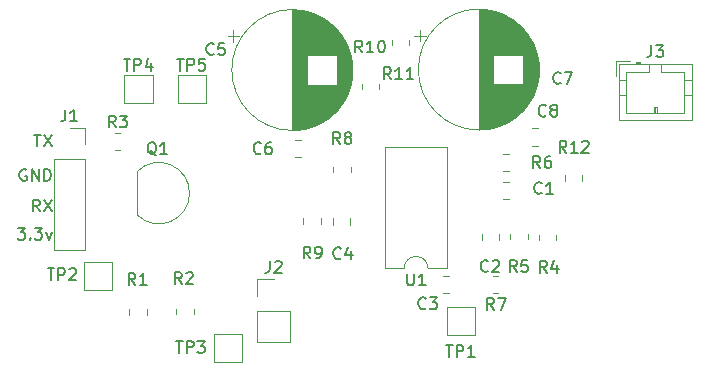
<source format=gbr>
%TF.GenerationSoftware,KiCad,Pcbnew,9.0.1*%
%TF.CreationDate,2025-10-23T13:46:40-06:00*%
%TF.ProjectId,lasertagpcb,6c617365-7274-4616-9770-63622e6b6963,rev?*%
%TF.SameCoordinates,Original*%
%TF.FileFunction,Legend,Top*%
%TF.FilePolarity,Positive*%
%FSLAX46Y46*%
G04 Gerber Fmt 4.6, Leading zero omitted, Abs format (unit mm)*
G04 Created by KiCad (PCBNEW 9.0.1) date 2025-10-23 13:46:40*
%MOMM*%
%LPD*%
G01*
G04 APERTURE LIST*
%ADD10C,0.150000*%
%ADD11C,0.120000*%
G04 APERTURE END LIST*
D10*
X102677255Y-68039819D02*
X103248683Y-68039819D01*
X102962969Y-69039819D02*
X102962969Y-68039819D01*
X103486779Y-68039819D02*
X104153445Y-69039819D01*
X104153445Y-68039819D02*
X103486779Y-69039819D01*
X102010588Y-70997438D02*
X101915350Y-70949819D01*
X101915350Y-70949819D02*
X101772493Y-70949819D01*
X101772493Y-70949819D02*
X101629636Y-70997438D01*
X101629636Y-70997438D02*
X101534398Y-71092676D01*
X101534398Y-71092676D02*
X101486779Y-71187914D01*
X101486779Y-71187914D02*
X101439160Y-71378390D01*
X101439160Y-71378390D02*
X101439160Y-71521247D01*
X101439160Y-71521247D02*
X101486779Y-71711723D01*
X101486779Y-71711723D02*
X101534398Y-71806961D01*
X101534398Y-71806961D02*
X101629636Y-71902200D01*
X101629636Y-71902200D02*
X101772493Y-71949819D01*
X101772493Y-71949819D02*
X101867731Y-71949819D01*
X101867731Y-71949819D02*
X102010588Y-71902200D01*
X102010588Y-71902200D02*
X102058207Y-71854580D01*
X102058207Y-71854580D02*
X102058207Y-71521247D01*
X102058207Y-71521247D02*
X101867731Y-71521247D01*
X102486779Y-71949819D02*
X102486779Y-70949819D01*
X102486779Y-70949819D02*
X103058207Y-71949819D01*
X103058207Y-71949819D02*
X103058207Y-70949819D01*
X103534398Y-71949819D02*
X103534398Y-70949819D01*
X103534398Y-70949819D02*
X103772493Y-70949819D01*
X103772493Y-70949819D02*
X103915350Y-70997438D01*
X103915350Y-70997438D02*
X104010588Y-71092676D01*
X104010588Y-71092676D02*
X104058207Y-71187914D01*
X104058207Y-71187914D02*
X104105826Y-71378390D01*
X104105826Y-71378390D02*
X104105826Y-71521247D01*
X104105826Y-71521247D02*
X104058207Y-71711723D01*
X104058207Y-71711723D02*
X104010588Y-71806961D01*
X104010588Y-71806961D02*
X103915350Y-71902200D01*
X103915350Y-71902200D02*
X103772493Y-71949819D01*
X103772493Y-71949819D02*
X103534398Y-71949819D01*
X103153445Y-74549819D02*
X102820112Y-74073628D01*
X102582017Y-74549819D02*
X102582017Y-73549819D01*
X102582017Y-73549819D02*
X102962969Y-73549819D01*
X102962969Y-73549819D02*
X103058207Y-73597438D01*
X103058207Y-73597438D02*
X103105826Y-73645057D01*
X103105826Y-73645057D02*
X103153445Y-73740295D01*
X103153445Y-73740295D02*
X103153445Y-73883152D01*
X103153445Y-73883152D02*
X103105826Y-73978390D01*
X103105826Y-73978390D02*
X103058207Y-74026009D01*
X103058207Y-74026009D02*
X102962969Y-74073628D01*
X102962969Y-74073628D02*
X102582017Y-74073628D01*
X103486779Y-73549819D02*
X104153445Y-74549819D01*
X104153445Y-73549819D02*
X103486779Y-74549819D01*
X101296303Y-75929819D02*
X101915350Y-75929819D01*
X101915350Y-75929819D02*
X101582017Y-76310771D01*
X101582017Y-76310771D02*
X101724874Y-76310771D01*
X101724874Y-76310771D02*
X101820112Y-76358390D01*
X101820112Y-76358390D02*
X101867731Y-76406009D01*
X101867731Y-76406009D02*
X101915350Y-76501247D01*
X101915350Y-76501247D02*
X101915350Y-76739342D01*
X101915350Y-76739342D02*
X101867731Y-76834580D01*
X101867731Y-76834580D02*
X101820112Y-76882200D01*
X101820112Y-76882200D02*
X101724874Y-76929819D01*
X101724874Y-76929819D02*
X101439160Y-76929819D01*
X101439160Y-76929819D02*
X101343922Y-76882200D01*
X101343922Y-76882200D02*
X101296303Y-76834580D01*
X102343922Y-76834580D02*
X102391541Y-76882200D01*
X102391541Y-76882200D02*
X102343922Y-76929819D01*
X102343922Y-76929819D02*
X102296303Y-76882200D01*
X102296303Y-76882200D02*
X102343922Y-76834580D01*
X102343922Y-76834580D02*
X102343922Y-76929819D01*
X102724874Y-75929819D02*
X103343921Y-75929819D01*
X103343921Y-75929819D02*
X103010588Y-76310771D01*
X103010588Y-76310771D02*
X103153445Y-76310771D01*
X103153445Y-76310771D02*
X103248683Y-76358390D01*
X103248683Y-76358390D02*
X103296302Y-76406009D01*
X103296302Y-76406009D02*
X103343921Y-76501247D01*
X103343921Y-76501247D02*
X103343921Y-76739342D01*
X103343921Y-76739342D02*
X103296302Y-76834580D01*
X103296302Y-76834580D02*
X103248683Y-76882200D01*
X103248683Y-76882200D02*
X103153445Y-76929819D01*
X103153445Y-76929819D02*
X102867731Y-76929819D01*
X102867731Y-76929819D02*
X102772493Y-76882200D01*
X102772493Y-76882200D02*
X102724874Y-76834580D01*
X103677255Y-76263152D02*
X103915350Y-76929819D01*
X103915350Y-76929819D02*
X104153445Y-76263152D01*
X110258095Y-61616819D02*
X110829523Y-61616819D01*
X110543809Y-62616819D02*
X110543809Y-61616819D01*
X111162857Y-62616819D02*
X111162857Y-61616819D01*
X111162857Y-61616819D02*
X111543809Y-61616819D01*
X111543809Y-61616819D02*
X111639047Y-61664438D01*
X111639047Y-61664438D02*
X111686666Y-61712057D01*
X111686666Y-61712057D02*
X111734285Y-61807295D01*
X111734285Y-61807295D02*
X111734285Y-61950152D01*
X111734285Y-61950152D02*
X111686666Y-62045390D01*
X111686666Y-62045390D02*
X111639047Y-62093009D01*
X111639047Y-62093009D02*
X111543809Y-62140628D01*
X111543809Y-62140628D02*
X111162857Y-62140628D01*
X112591428Y-61950152D02*
X112591428Y-62616819D01*
X112353333Y-61569200D02*
X112115238Y-62283485D01*
X112115238Y-62283485D02*
X112734285Y-62283485D01*
X114758095Y-61616819D02*
X115329523Y-61616819D01*
X115043809Y-62616819D02*
X115043809Y-61616819D01*
X115662857Y-62616819D02*
X115662857Y-61616819D01*
X115662857Y-61616819D02*
X116043809Y-61616819D01*
X116043809Y-61616819D02*
X116139047Y-61664438D01*
X116139047Y-61664438D02*
X116186666Y-61712057D01*
X116186666Y-61712057D02*
X116234285Y-61807295D01*
X116234285Y-61807295D02*
X116234285Y-61950152D01*
X116234285Y-61950152D02*
X116186666Y-62045390D01*
X116186666Y-62045390D02*
X116139047Y-62093009D01*
X116139047Y-62093009D02*
X116043809Y-62140628D01*
X116043809Y-62140628D02*
X115662857Y-62140628D01*
X117139047Y-61616819D02*
X116662857Y-61616819D01*
X116662857Y-61616819D02*
X116615238Y-62093009D01*
X116615238Y-62093009D02*
X116662857Y-62045390D01*
X116662857Y-62045390D02*
X116758095Y-61997771D01*
X116758095Y-61997771D02*
X116996190Y-61997771D01*
X116996190Y-61997771D02*
X117091428Y-62045390D01*
X117091428Y-62045390D02*
X117139047Y-62093009D01*
X117139047Y-62093009D02*
X117186666Y-62188247D01*
X117186666Y-62188247D02*
X117186666Y-62426342D01*
X117186666Y-62426342D02*
X117139047Y-62521580D01*
X117139047Y-62521580D02*
X117091428Y-62569200D01*
X117091428Y-62569200D02*
X116996190Y-62616819D01*
X116996190Y-62616819D02*
X116758095Y-62616819D01*
X116758095Y-62616819D02*
X116662857Y-62569200D01*
X116662857Y-62569200D02*
X116615238Y-62521580D01*
X114698095Y-85534819D02*
X115269523Y-85534819D01*
X114983809Y-86534819D02*
X114983809Y-85534819D01*
X115602857Y-86534819D02*
X115602857Y-85534819D01*
X115602857Y-85534819D02*
X115983809Y-85534819D01*
X115983809Y-85534819D02*
X116079047Y-85582438D01*
X116079047Y-85582438D02*
X116126666Y-85630057D01*
X116126666Y-85630057D02*
X116174285Y-85725295D01*
X116174285Y-85725295D02*
X116174285Y-85868152D01*
X116174285Y-85868152D02*
X116126666Y-85963390D01*
X116126666Y-85963390D02*
X116079047Y-86011009D01*
X116079047Y-86011009D02*
X115983809Y-86058628D01*
X115983809Y-86058628D02*
X115602857Y-86058628D01*
X116507619Y-85534819D02*
X117126666Y-85534819D01*
X117126666Y-85534819D02*
X116793333Y-85915771D01*
X116793333Y-85915771D02*
X116936190Y-85915771D01*
X116936190Y-85915771D02*
X117031428Y-85963390D01*
X117031428Y-85963390D02*
X117079047Y-86011009D01*
X117079047Y-86011009D02*
X117126666Y-86106247D01*
X117126666Y-86106247D02*
X117126666Y-86344342D01*
X117126666Y-86344342D02*
X117079047Y-86439580D01*
X117079047Y-86439580D02*
X117031428Y-86487200D01*
X117031428Y-86487200D02*
X116936190Y-86534819D01*
X116936190Y-86534819D02*
X116650476Y-86534819D01*
X116650476Y-86534819D02*
X116555238Y-86487200D01*
X116555238Y-86487200D02*
X116507619Y-86439580D01*
X103818095Y-79364819D02*
X104389523Y-79364819D01*
X104103809Y-80364819D02*
X104103809Y-79364819D01*
X104722857Y-80364819D02*
X104722857Y-79364819D01*
X104722857Y-79364819D02*
X105103809Y-79364819D01*
X105103809Y-79364819D02*
X105199047Y-79412438D01*
X105199047Y-79412438D02*
X105246666Y-79460057D01*
X105246666Y-79460057D02*
X105294285Y-79555295D01*
X105294285Y-79555295D02*
X105294285Y-79698152D01*
X105294285Y-79698152D02*
X105246666Y-79793390D01*
X105246666Y-79793390D02*
X105199047Y-79841009D01*
X105199047Y-79841009D02*
X105103809Y-79888628D01*
X105103809Y-79888628D02*
X104722857Y-79888628D01*
X105675238Y-79460057D02*
X105722857Y-79412438D01*
X105722857Y-79412438D02*
X105818095Y-79364819D01*
X105818095Y-79364819D02*
X106056190Y-79364819D01*
X106056190Y-79364819D02*
X106151428Y-79412438D01*
X106151428Y-79412438D02*
X106199047Y-79460057D01*
X106199047Y-79460057D02*
X106246666Y-79555295D01*
X106246666Y-79555295D02*
X106246666Y-79650533D01*
X106246666Y-79650533D02*
X106199047Y-79793390D01*
X106199047Y-79793390D02*
X105627619Y-80364819D01*
X105627619Y-80364819D02*
X106246666Y-80364819D01*
X137548095Y-85854819D02*
X138119523Y-85854819D01*
X137833809Y-86854819D02*
X137833809Y-85854819D01*
X138452857Y-86854819D02*
X138452857Y-85854819D01*
X138452857Y-85854819D02*
X138833809Y-85854819D01*
X138833809Y-85854819D02*
X138929047Y-85902438D01*
X138929047Y-85902438D02*
X138976666Y-85950057D01*
X138976666Y-85950057D02*
X139024285Y-86045295D01*
X139024285Y-86045295D02*
X139024285Y-86188152D01*
X139024285Y-86188152D02*
X138976666Y-86283390D01*
X138976666Y-86283390D02*
X138929047Y-86331009D01*
X138929047Y-86331009D02*
X138833809Y-86378628D01*
X138833809Y-86378628D02*
X138452857Y-86378628D01*
X139976666Y-86854819D02*
X139405238Y-86854819D01*
X139690952Y-86854819D02*
X139690952Y-85854819D01*
X139690952Y-85854819D02*
X139595714Y-85997676D01*
X139595714Y-85997676D02*
X139500476Y-86092914D01*
X139500476Y-86092914D02*
X139405238Y-86140533D01*
X126063333Y-78524819D02*
X125730000Y-78048628D01*
X125491905Y-78524819D02*
X125491905Y-77524819D01*
X125491905Y-77524819D02*
X125872857Y-77524819D01*
X125872857Y-77524819D02*
X125968095Y-77572438D01*
X125968095Y-77572438D02*
X126015714Y-77620057D01*
X126015714Y-77620057D02*
X126063333Y-77715295D01*
X126063333Y-77715295D02*
X126063333Y-77858152D01*
X126063333Y-77858152D02*
X126015714Y-77953390D01*
X126015714Y-77953390D02*
X125968095Y-78001009D01*
X125968095Y-78001009D02*
X125872857Y-78048628D01*
X125872857Y-78048628D02*
X125491905Y-78048628D01*
X126539524Y-78524819D02*
X126730000Y-78524819D01*
X126730000Y-78524819D02*
X126825238Y-78477200D01*
X126825238Y-78477200D02*
X126872857Y-78429580D01*
X126872857Y-78429580D02*
X126968095Y-78286723D01*
X126968095Y-78286723D02*
X127015714Y-78096247D01*
X127015714Y-78096247D02*
X127015714Y-77715295D01*
X127015714Y-77715295D02*
X126968095Y-77620057D01*
X126968095Y-77620057D02*
X126920476Y-77572438D01*
X126920476Y-77572438D02*
X126825238Y-77524819D01*
X126825238Y-77524819D02*
X126634762Y-77524819D01*
X126634762Y-77524819D02*
X126539524Y-77572438D01*
X126539524Y-77572438D02*
X126491905Y-77620057D01*
X126491905Y-77620057D02*
X126444286Y-77715295D01*
X126444286Y-77715295D02*
X126444286Y-77953390D01*
X126444286Y-77953390D02*
X126491905Y-78048628D01*
X126491905Y-78048628D02*
X126539524Y-78096247D01*
X126539524Y-78096247D02*
X126634762Y-78143866D01*
X126634762Y-78143866D02*
X126825238Y-78143866D01*
X126825238Y-78143866D02*
X126920476Y-78096247D01*
X126920476Y-78096247D02*
X126968095Y-78048628D01*
X126968095Y-78048628D02*
X127015714Y-77953390D01*
X130457142Y-61074819D02*
X130123809Y-60598628D01*
X129885714Y-61074819D02*
X129885714Y-60074819D01*
X129885714Y-60074819D02*
X130266666Y-60074819D01*
X130266666Y-60074819D02*
X130361904Y-60122438D01*
X130361904Y-60122438D02*
X130409523Y-60170057D01*
X130409523Y-60170057D02*
X130457142Y-60265295D01*
X130457142Y-60265295D02*
X130457142Y-60408152D01*
X130457142Y-60408152D02*
X130409523Y-60503390D01*
X130409523Y-60503390D02*
X130361904Y-60551009D01*
X130361904Y-60551009D02*
X130266666Y-60598628D01*
X130266666Y-60598628D02*
X129885714Y-60598628D01*
X131409523Y-61074819D02*
X130838095Y-61074819D01*
X131123809Y-61074819D02*
X131123809Y-60074819D01*
X131123809Y-60074819D02*
X131028571Y-60217676D01*
X131028571Y-60217676D02*
X130933333Y-60312914D01*
X130933333Y-60312914D02*
X130838095Y-60360533D01*
X132028571Y-60074819D02*
X132123809Y-60074819D01*
X132123809Y-60074819D02*
X132219047Y-60122438D01*
X132219047Y-60122438D02*
X132266666Y-60170057D01*
X132266666Y-60170057D02*
X132314285Y-60265295D01*
X132314285Y-60265295D02*
X132361904Y-60455771D01*
X132361904Y-60455771D02*
X132361904Y-60693866D01*
X132361904Y-60693866D02*
X132314285Y-60884342D01*
X132314285Y-60884342D02*
X132266666Y-60979580D01*
X132266666Y-60979580D02*
X132219047Y-61027200D01*
X132219047Y-61027200D02*
X132123809Y-61074819D01*
X132123809Y-61074819D02*
X132028571Y-61074819D01*
X132028571Y-61074819D02*
X131933333Y-61027200D01*
X131933333Y-61027200D02*
X131885714Y-60979580D01*
X131885714Y-60979580D02*
X131838095Y-60884342D01*
X131838095Y-60884342D02*
X131790476Y-60693866D01*
X131790476Y-60693866D02*
X131790476Y-60455771D01*
X131790476Y-60455771D02*
X131838095Y-60265295D01*
X131838095Y-60265295D02*
X131885714Y-60170057D01*
X131885714Y-60170057D02*
X131933333Y-60122438D01*
X131933333Y-60122438D02*
X132028571Y-60074819D01*
X128643333Y-78499580D02*
X128595714Y-78547200D01*
X128595714Y-78547200D02*
X128452857Y-78594819D01*
X128452857Y-78594819D02*
X128357619Y-78594819D01*
X128357619Y-78594819D02*
X128214762Y-78547200D01*
X128214762Y-78547200D02*
X128119524Y-78451961D01*
X128119524Y-78451961D02*
X128071905Y-78356723D01*
X128071905Y-78356723D02*
X128024286Y-78166247D01*
X128024286Y-78166247D02*
X128024286Y-78023390D01*
X128024286Y-78023390D02*
X128071905Y-77832914D01*
X128071905Y-77832914D02*
X128119524Y-77737676D01*
X128119524Y-77737676D02*
X128214762Y-77642438D01*
X128214762Y-77642438D02*
X128357619Y-77594819D01*
X128357619Y-77594819D02*
X128452857Y-77594819D01*
X128452857Y-77594819D02*
X128595714Y-77642438D01*
X128595714Y-77642438D02*
X128643333Y-77690057D01*
X129500476Y-77928152D02*
X129500476Y-78594819D01*
X129262381Y-77547200D02*
X129024286Y-78261485D01*
X129024286Y-78261485D02*
X129643333Y-78261485D01*
X147737142Y-69574819D02*
X147403809Y-69098628D01*
X147165714Y-69574819D02*
X147165714Y-68574819D01*
X147165714Y-68574819D02*
X147546666Y-68574819D01*
X147546666Y-68574819D02*
X147641904Y-68622438D01*
X147641904Y-68622438D02*
X147689523Y-68670057D01*
X147689523Y-68670057D02*
X147737142Y-68765295D01*
X147737142Y-68765295D02*
X147737142Y-68908152D01*
X147737142Y-68908152D02*
X147689523Y-69003390D01*
X147689523Y-69003390D02*
X147641904Y-69051009D01*
X147641904Y-69051009D02*
X147546666Y-69098628D01*
X147546666Y-69098628D02*
X147165714Y-69098628D01*
X148689523Y-69574819D02*
X148118095Y-69574819D01*
X148403809Y-69574819D02*
X148403809Y-68574819D01*
X148403809Y-68574819D02*
X148308571Y-68717676D01*
X148308571Y-68717676D02*
X148213333Y-68812914D01*
X148213333Y-68812914D02*
X148118095Y-68860533D01*
X149070476Y-68670057D02*
X149118095Y-68622438D01*
X149118095Y-68622438D02*
X149213333Y-68574819D01*
X149213333Y-68574819D02*
X149451428Y-68574819D01*
X149451428Y-68574819D02*
X149546666Y-68622438D01*
X149546666Y-68622438D02*
X149594285Y-68670057D01*
X149594285Y-68670057D02*
X149641904Y-68765295D01*
X149641904Y-68765295D02*
X149641904Y-68860533D01*
X149641904Y-68860533D02*
X149594285Y-69003390D01*
X149594285Y-69003390D02*
X149022857Y-69574819D01*
X149022857Y-69574819D02*
X149641904Y-69574819D01*
X105306666Y-65924819D02*
X105306666Y-66639104D01*
X105306666Y-66639104D02*
X105259047Y-66781961D01*
X105259047Y-66781961D02*
X105163809Y-66877200D01*
X105163809Y-66877200D02*
X105020952Y-66924819D01*
X105020952Y-66924819D02*
X104925714Y-66924819D01*
X106306666Y-66924819D02*
X105735238Y-66924819D01*
X106020952Y-66924819D02*
X106020952Y-65924819D01*
X106020952Y-65924819D02*
X105925714Y-66067676D01*
X105925714Y-66067676D02*
X105830476Y-66162914D01*
X105830476Y-66162914D02*
X105735238Y-66210533D01*
X141113333Y-79569580D02*
X141065714Y-79617200D01*
X141065714Y-79617200D02*
X140922857Y-79664819D01*
X140922857Y-79664819D02*
X140827619Y-79664819D01*
X140827619Y-79664819D02*
X140684762Y-79617200D01*
X140684762Y-79617200D02*
X140589524Y-79521961D01*
X140589524Y-79521961D02*
X140541905Y-79426723D01*
X140541905Y-79426723D02*
X140494286Y-79236247D01*
X140494286Y-79236247D02*
X140494286Y-79093390D01*
X140494286Y-79093390D02*
X140541905Y-78902914D01*
X140541905Y-78902914D02*
X140589524Y-78807676D01*
X140589524Y-78807676D02*
X140684762Y-78712438D01*
X140684762Y-78712438D02*
X140827619Y-78664819D01*
X140827619Y-78664819D02*
X140922857Y-78664819D01*
X140922857Y-78664819D02*
X141065714Y-78712438D01*
X141065714Y-78712438D02*
X141113333Y-78760057D01*
X141494286Y-78760057D02*
X141541905Y-78712438D01*
X141541905Y-78712438D02*
X141637143Y-78664819D01*
X141637143Y-78664819D02*
X141875238Y-78664819D01*
X141875238Y-78664819D02*
X141970476Y-78712438D01*
X141970476Y-78712438D02*
X142018095Y-78760057D01*
X142018095Y-78760057D02*
X142065714Y-78855295D01*
X142065714Y-78855295D02*
X142065714Y-78950533D01*
X142065714Y-78950533D02*
X142018095Y-79093390D01*
X142018095Y-79093390D02*
X141446667Y-79664819D01*
X141446667Y-79664819D02*
X142065714Y-79664819D01*
X132877142Y-63354819D02*
X132543809Y-62878628D01*
X132305714Y-63354819D02*
X132305714Y-62354819D01*
X132305714Y-62354819D02*
X132686666Y-62354819D01*
X132686666Y-62354819D02*
X132781904Y-62402438D01*
X132781904Y-62402438D02*
X132829523Y-62450057D01*
X132829523Y-62450057D02*
X132877142Y-62545295D01*
X132877142Y-62545295D02*
X132877142Y-62688152D01*
X132877142Y-62688152D02*
X132829523Y-62783390D01*
X132829523Y-62783390D02*
X132781904Y-62831009D01*
X132781904Y-62831009D02*
X132686666Y-62878628D01*
X132686666Y-62878628D02*
X132305714Y-62878628D01*
X133829523Y-63354819D02*
X133258095Y-63354819D01*
X133543809Y-63354819D02*
X133543809Y-62354819D01*
X133543809Y-62354819D02*
X133448571Y-62497676D01*
X133448571Y-62497676D02*
X133353333Y-62592914D01*
X133353333Y-62592914D02*
X133258095Y-62640533D01*
X134781904Y-63354819D02*
X134210476Y-63354819D01*
X134496190Y-63354819D02*
X134496190Y-62354819D01*
X134496190Y-62354819D02*
X134400952Y-62497676D01*
X134400952Y-62497676D02*
X134305714Y-62592914D01*
X134305714Y-62592914D02*
X134210476Y-62640533D01*
X122636666Y-78739819D02*
X122636666Y-79454104D01*
X122636666Y-79454104D02*
X122589047Y-79596961D01*
X122589047Y-79596961D02*
X122493809Y-79692200D01*
X122493809Y-79692200D02*
X122350952Y-79739819D01*
X122350952Y-79739819D02*
X122255714Y-79739819D01*
X123065238Y-78835057D02*
X123112857Y-78787438D01*
X123112857Y-78787438D02*
X123208095Y-78739819D01*
X123208095Y-78739819D02*
X123446190Y-78739819D01*
X123446190Y-78739819D02*
X123541428Y-78787438D01*
X123541428Y-78787438D02*
X123589047Y-78835057D01*
X123589047Y-78835057D02*
X123636666Y-78930295D01*
X123636666Y-78930295D02*
X123636666Y-79025533D01*
X123636666Y-79025533D02*
X123589047Y-79168390D01*
X123589047Y-79168390D02*
X123017619Y-79739819D01*
X123017619Y-79739819D02*
X123636666Y-79739819D01*
X141603333Y-82854819D02*
X141270000Y-82378628D01*
X141031905Y-82854819D02*
X141031905Y-81854819D01*
X141031905Y-81854819D02*
X141412857Y-81854819D01*
X141412857Y-81854819D02*
X141508095Y-81902438D01*
X141508095Y-81902438D02*
X141555714Y-81950057D01*
X141555714Y-81950057D02*
X141603333Y-82045295D01*
X141603333Y-82045295D02*
X141603333Y-82188152D01*
X141603333Y-82188152D02*
X141555714Y-82283390D01*
X141555714Y-82283390D02*
X141508095Y-82331009D01*
X141508095Y-82331009D02*
X141412857Y-82378628D01*
X141412857Y-82378628D02*
X141031905Y-82378628D01*
X141936667Y-81854819D02*
X142603333Y-81854819D01*
X142603333Y-81854819D02*
X142174762Y-82854819D01*
X145653333Y-72979580D02*
X145605714Y-73027200D01*
X145605714Y-73027200D02*
X145462857Y-73074819D01*
X145462857Y-73074819D02*
X145367619Y-73074819D01*
X145367619Y-73074819D02*
X145224762Y-73027200D01*
X145224762Y-73027200D02*
X145129524Y-72931961D01*
X145129524Y-72931961D02*
X145081905Y-72836723D01*
X145081905Y-72836723D02*
X145034286Y-72646247D01*
X145034286Y-72646247D02*
X145034286Y-72503390D01*
X145034286Y-72503390D02*
X145081905Y-72312914D01*
X145081905Y-72312914D02*
X145129524Y-72217676D01*
X145129524Y-72217676D02*
X145224762Y-72122438D01*
X145224762Y-72122438D02*
X145367619Y-72074819D01*
X145367619Y-72074819D02*
X145462857Y-72074819D01*
X145462857Y-72074819D02*
X145605714Y-72122438D01*
X145605714Y-72122438D02*
X145653333Y-72170057D01*
X146605714Y-73074819D02*
X146034286Y-73074819D01*
X146320000Y-73074819D02*
X146320000Y-72074819D01*
X146320000Y-72074819D02*
X146224762Y-72217676D01*
X146224762Y-72217676D02*
X146129524Y-72312914D01*
X146129524Y-72312914D02*
X146034286Y-72360533D01*
X147253333Y-63659580D02*
X147205714Y-63707200D01*
X147205714Y-63707200D02*
X147062857Y-63754819D01*
X147062857Y-63754819D02*
X146967619Y-63754819D01*
X146967619Y-63754819D02*
X146824762Y-63707200D01*
X146824762Y-63707200D02*
X146729524Y-63611961D01*
X146729524Y-63611961D02*
X146681905Y-63516723D01*
X146681905Y-63516723D02*
X146634286Y-63326247D01*
X146634286Y-63326247D02*
X146634286Y-63183390D01*
X146634286Y-63183390D02*
X146681905Y-62992914D01*
X146681905Y-62992914D02*
X146729524Y-62897676D01*
X146729524Y-62897676D02*
X146824762Y-62802438D01*
X146824762Y-62802438D02*
X146967619Y-62754819D01*
X146967619Y-62754819D02*
X147062857Y-62754819D01*
X147062857Y-62754819D02*
X147205714Y-62802438D01*
X147205714Y-62802438D02*
X147253333Y-62850057D01*
X147586667Y-62754819D02*
X148253333Y-62754819D01*
X148253333Y-62754819D02*
X147824762Y-63754819D01*
X121873333Y-69599580D02*
X121825714Y-69647200D01*
X121825714Y-69647200D02*
X121682857Y-69694819D01*
X121682857Y-69694819D02*
X121587619Y-69694819D01*
X121587619Y-69694819D02*
X121444762Y-69647200D01*
X121444762Y-69647200D02*
X121349524Y-69551961D01*
X121349524Y-69551961D02*
X121301905Y-69456723D01*
X121301905Y-69456723D02*
X121254286Y-69266247D01*
X121254286Y-69266247D02*
X121254286Y-69123390D01*
X121254286Y-69123390D02*
X121301905Y-68932914D01*
X121301905Y-68932914D02*
X121349524Y-68837676D01*
X121349524Y-68837676D02*
X121444762Y-68742438D01*
X121444762Y-68742438D02*
X121587619Y-68694819D01*
X121587619Y-68694819D02*
X121682857Y-68694819D01*
X121682857Y-68694819D02*
X121825714Y-68742438D01*
X121825714Y-68742438D02*
X121873333Y-68790057D01*
X122730476Y-68694819D02*
X122540000Y-68694819D01*
X122540000Y-68694819D02*
X122444762Y-68742438D01*
X122444762Y-68742438D02*
X122397143Y-68790057D01*
X122397143Y-68790057D02*
X122301905Y-68932914D01*
X122301905Y-68932914D02*
X122254286Y-69123390D01*
X122254286Y-69123390D02*
X122254286Y-69504342D01*
X122254286Y-69504342D02*
X122301905Y-69599580D01*
X122301905Y-69599580D02*
X122349524Y-69647200D01*
X122349524Y-69647200D02*
X122444762Y-69694819D01*
X122444762Y-69694819D02*
X122635238Y-69694819D01*
X122635238Y-69694819D02*
X122730476Y-69647200D01*
X122730476Y-69647200D02*
X122778095Y-69599580D01*
X122778095Y-69599580D02*
X122825714Y-69504342D01*
X122825714Y-69504342D02*
X122825714Y-69266247D01*
X122825714Y-69266247D02*
X122778095Y-69171009D01*
X122778095Y-69171009D02*
X122730476Y-69123390D01*
X122730476Y-69123390D02*
X122635238Y-69075771D01*
X122635238Y-69075771D02*
X122444762Y-69075771D01*
X122444762Y-69075771D02*
X122349524Y-69123390D01*
X122349524Y-69123390D02*
X122301905Y-69171009D01*
X122301905Y-69171009D02*
X122254286Y-69266247D01*
X146016097Y-66419235D02*
X145968478Y-66466855D01*
X145968478Y-66466855D02*
X145825621Y-66514474D01*
X145825621Y-66514474D02*
X145730383Y-66514474D01*
X145730383Y-66514474D02*
X145587526Y-66466855D01*
X145587526Y-66466855D02*
X145492288Y-66371616D01*
X145492288Y-66371616D02*
X145444669Y-66276378D01*
X145444669Y-66276378D02*
X145397050Y-66085902D01*
X145397050Y-66085902D02*
X145397050Y-65943045D01*
X145397050Y-65943045D02*
X145444669Y-65752569D01*
X145444669Y-65752569D02*
X145492288Y-65657331D01*
X145492288Y-65657331D02*
X145587526Y-65562093D01*
X145587526Y-65562093D02*
X145730383Y-65514474D01*
X145730383Y-65514474D02*
X145825621Y-65514474D01*
X145825621Y-65514474D02*
X145968478Y-65562093D01*
X145968478Y-65562093D02*
X146016097Y-65609712D01*
X146587526Y-65943045D02*
X146492288Y-65895426D01*
X146492288Y-65895426D02*
X146444669Y-65847807D01*
X146444669Y-65847807D02*
X146397050Y-65752569D01*
X146397050Y-65752569D02*
X146397050Y-65704950D01*
X146397050Y-65704950D02*
X146444669Y-65609712D01*
X146444669Y-65609712D02*
X146492288Y-65562093D01*
X146492288Y-65562093D02*
X146587526Y-65514474D01*
X146587526Y-65514474D02*
X146778002Y-65514474D01*
X146778002Y-65514474D02*
X146873240Y-65562093D01*
X146873240Y-65562093D02*
X146920859Y-65609712D01*
X146920859Y-65609712D02*
X146968478Y-65704950D01*
X146968478Y-65704950D02*
X146968478Y-65752569D01*
X146968478Y-65752569D02*
X146920859Y-65847807D01*
X146920859Y-65847807D02*
X146873240Y-65895426D01*
X146873240Y-65895426D02*
X146778002Y-65943045D01*
X146778002Y-65943045D02*
X146587526Y-65943045D01*
X146587526Y-65943045D02*
X146492288Y-65990664D01*
X146492288Y-65990664D02*
X146444669Y-66038283D01*
X146444669Y-66038283D02*
X146397050Y-66133521D01*
X146397050Y-66133521D02*
X146397050Y-66323997D01*
X146397050Y-66323997D02*
X146444669Y-66419235D01*
X146444669Y-66419235D02*
X146492288Y-66466855D01*
X146492288Y-66466855D02*
X146587526Y-66514474D01*
X146587526Y-66514474D02*
X146778002Y-66514474D01*
X146778002Y-66514474D02*
X146873240Y-66466855D01*
X146873240Y-66466855D02*
X146920859Y-66419235D01*
X146920859Y-66419235D02*
X146968478Y-66323997D01*
X146968478Y-66323997D02*
X146968478Y-66133521D01*
X146968478Y-66133521D02*
X146920859Y-66038283D01*
X146920859Y-66038283D02*
X146873240Y-65990664D01*
X146873240Y-65990664D02*
X146778002Y-65943045D01*
X145523333Y-70874819D02*
X145190000Y-70398628D01*
X144951905Y-70874819D02*
X144951905Y-69874819D01*
X144951905Y-69874819D02*
X145332857Y-69874819D01*
X145332857Y-69874819D02*
X145428095Y-69922438D01*
X145428095Y-69922438D02*
X145475714Y-69970057D01*
X145475714Y-69970057D02*
X145523333Y-70065295D01*
X145523333Y-70065295D02*
X145523333Y-70208152D01*
X145523333Y-70208152D02*
X145475714Y-70303390D01*
X145475714Y-70303390D02*
X145428095Y-70351009D01*
X145428095Y-70351009D02*
X145332857Y-70398628D01*
X145332857Y-70398628D02*
X144951905Y-70398628D01*
X146380476Y-69874819D02*
X146190000Y-69874819D01*
X146190000Y-69874819D02*
X146094762Y-69922438D01*
X146094762Y-69922438D02*
X146047143Y-69970057D01*
X146047143Y-69970057D02*
X145951905Y-70112914D01*
X145951905Y-70112914D02*
X145904286Y-70303390D01*
X145904286Y-70303390D02*
X145904286Y-70684342D01*
X145904286Y-70684342D02*
X145951905Y-70779580D01*
X145951905Y-70779580D02*
X145999524Y-70827200D01*
X145999524Y-70827200D02*
X146094762Y-70874819D01*
X146094762Y-70874819D02*
X146285238Y-70874819D01*
X146285238Y-70874819D02*
X146380476Y-70827200D01*
X146380476Y-70827200D02*
X146428095Y-70779580D01*
X146428095Y-70779580D02*
X146475714Y-70684342D01*
X146475714Y-70684342D02*
X146475714Y-70446247D01*
X146475714Y-70446247D02*
X146428095Y-70351009D01*
X146428095Y-70351009D02*
X146380476Y-70303390D01*
X146380476Y-70303390D02*
X146285238Y-70255771D01*
X146285238Y-70255771D02*
X146094762Y-70255771D01*
X146094762Y-70255771D02*
X145999524Y-70303390D01*
X145999524Y-70303390D02*
X145951905Y-70351009D01*
X145951905Y-70351009D02*
X145904286Y-70446247D01*
X128593333Y-68834819D02*
X128260000Y-68358628D01*
X128021905Y-68834819D02*
X128021905Y-67834819D01*
X128021905Y-67834819D02*
X128402857Y-67834819D01*
X128402857Y-67834819D02*
X128498095Y-67882438D01*
X128498095Y-67882438D02*
X128545714Y-67930057D01*
X128545714Y-67930057D02*
X128593333Y-68025295D01*
X128593333Y-68025295D02*
X128593333Y-68168152D01*
X128593333Y-68168152D02*
X128545714Y-68263390D01*
X128545714Y-68263390D02*
X128498095Y-68311009D01*
X128498095Y-68311009D02*
X128402857Y-68358628D01*
X128402857Y-68358628D02*
X128021905Y-68358628D01*
X129164762Y-68263390D02*
X129069524Y-68215771D01*
X129069524Y-68215771D02*
X129021905Y-68168152D01*
X129021905Y-68168152D02*
X128974286Y-68072914D01*
X128974286Y-68072914D02*
X128974286Y-68025295D01*
X128974286Y-68025295D02*
X129021905Y-67930057D01*
X129021905Y-67930057D02*
X129069524Y-67882438D01*
X129069524Y-67882438D02*
X129164762Y-67834819D01*
X129164762Y-67834819D02*
X129355238Y-67834819D01*
X129355238Y-67834819D02*
X129450476Y-67882438D01*
X129450476Y-67882438D02*
X129498095Y-67930057D01*
X129498095Y-67930057D02*
X129545714Y-68025295D01*
X129545714Y-68025295D02*
X129545714Y-68072914D01*
X129545714Y-68072914D02*
X129498095Y-68168152D01*
X129498095Y-68168152D02*
X129450476Y-68215771D01*
X129450476Y-68215771D02*
X129355238Y-68263390D01*
X129355238Y-68263390D02*
X129164762Y-68263390D01*
X129164762Y-68263390D02*
X129069524Y-68311009D01*
X129069524Y-68311009D02*
X129021905Y-68358628D01*
X129021905Y-68358628D02*
X128974286Y-68453866D01*
X128974286Y-68453866D02*
X128974286Y-68644342D01*
X128974286Y-68644342D02*
X129021905Y-68739580D01*
X129021905Y-68739580D02*
X129069524Y-68787200D01*
X129069524Y-68787200D02*
X129164762Y-68834819D01*
X129164762Y-68834819D02*
X129355238Y-68834819D01*
X129355238Y-68834819D02*
X129450476Y-68787200D01*
X129450476Y-68787200D02*
X129498095Y-68739580D01*
X129498095Y-68739580D02*
X129545714Y-68644342D01*
X129545714Y-68644342D02*
X129545714Y-68453866D01*
X129545714Y-68453866D02*
X129498095Y-68358628D01*
X129498095Y-68358628D02*
X129450476Y-68311009D01*
X129450476Y-68311009D02*
X129355238Y-68263390D01*
X146093333Y-79724819D02*
X145760000Y-79248628D01*
X145521905Y-79724819D02*
X145521905Y-78724819D01*
X145521905Y-78724819D02*
X145902857Y-78724819D01*
X145902857Y-78724819D02*
X145998095Y-78772438D01*
X145998095Y-78772438D02*
X146045714Y-78820057D01*
X146045714Y-78820057D02*
X146093333Y-78915295D01*
X146093333Y-78915295D02*
X146093333Y-79058152D01*
X146093333Y-79058152D02*
X146045714Y-79153390D01*
X146045714Y-79153390D02*
X145998095Y-79201009D01*
X145998095Y-79201009D02*
X145902857Y-79248628D01*
X145902857Y-79248628D02*
X145521905Y-79248628D01*
X146950476Y-79058152D02*
X146950476Y-79724819D01*
X146712381Y-78677200D02*
X146474286Y-79391485D01*
X146474286Y-79391485D02*
X147093333Y-79391485D01*
X154946666Y-60464819D02*
X154946666Y-61179104D01*
X154946666Y-61179104D02*
X154899047Y-61321961D01*
X154899047Y-61321961D02*
X154803809Y-61417200D01*
X154803809Y-61417200D02*
X154660952Y-61464819D01*
X154660952Y-61464819D02*
X154565714Y-61464819D01*
X155327619Y-60464819D02*
X155946666Y-60464819D01*
X155946666Y-60464819D02*
X155613333Y-60845771D01*
X155613333Y-60845771D02*
X155756190Y-60845771D01*
X155756190Y-60845771D02*
X155851428Y-60893390D01*
X155851428Y-60893390D02*
X155899047Y-60941009D01*
X155899047Y-60941009D02*
X155946666Y-61036247D01*
X155946666Y-61036247D02*
X155946666Y-61274342D01*
X155946666Y-61274342D02*
X155899047Y-61369580D01*
X155899047Y-61369580D02*
X155851428Y-61417200D01*
X155851428Y-61417200D02*
X155756190Y-61464819D01*
X155756190Y-61464819D02*
X155470476Y-61464819D01*
X155470476Y-61464819D02*
X155375238Y-61417200D01*
X155375238Y-61417200D02*
X155327619Y-61369580D01*
X135833333Y-82729580D02*
X135785714Y-82777200D01*
X135785714Y-82777200D02*
X135642857Y-82824819D01*
X135642857Y-82824819D02*
X135547619Y-82824819D01*
X135547619Y-82824819D02*
X135404762Y-82777200D01*
X135404762Y-82777200D02*
X135309524Y-82681961D01*
X135309524Y-82681961D02*
X135261905Y-82586723D01*
X135261905Y-82586723D02*
X135214286Y-82396247D01*
X135214286Y-82396247D02*
X135214286Y-82253390D01*
X135214286Y-82253390D02*
X135261905Y-82062914D01*
X135261905Y-82062914D02*
X135309524Y-81967676D01*
X135309524Y-81967676D02*
X135404762Y-81872438D01*
X135404762Y-81872438D02*
X135547619Y-81824819D01*
X135547619Y-81824819D02*
X135642857Y-81824819D01*
X135642857Y-81824819D02*
X135785714Y-81872438D01*
X135785714Y-81872438D02*
X135833333Y-81920057D01*
X136166667Y-81824819D02*
X136785714Y-81824819D01*
X136785714Y-81824819D02*
X136452381Y-82205771D01*
X136452381Y-82205771D02*
X136595238Y-82205771D01*
X136595238Y-82205771D02*
X136690476Y-82253390D01*
X136690476Y-82253390D02*
X136738095Y-82301009D01*
X136738095Y-82301009D02*
X136785714Y-82396247D01*
X136785714Y-82396247D02*
X136785714Y-82634342D01*
X136785714Y-82634342D02*
X136738095Y-82729580D01*
X136738095Y-82729580D02*
X136690476Y-82777200D01*
X136690476Y-82777200D02*
X136595238Y-82824819D01*
X136595238Y-82824819D02*
X136309524Y-82824819D01*
X136309524Y-82824819D02*
X136214286Y-82777200D01*
X136214286Y-82777200D02*
X136166667Y-82729580D01*
X115173333Y-80699819D02*
X114840000Y-80223628D01*
X114601905Y-80699819D02*
X114601905Y-79699819D01*
X114601905Y-79699819D02*
X114982857Y-79699819D01*
X114982857Y-79699819D02*
X115078095Y-79747438D01*
X115078095Y-79747438D02*
X115125714Y-79795057D01*
X115125714Y-79795057D02*
X115173333Y-79890295D01*
X115173333Y-79890295D02*
X115173333Y-80033152D01*
X115173333Y-80033152D02*
X115125714Y-80128390D01*
X115125714Y-80128390D02*
X115078095Y-80176009D01*
X115078095Y-80176009D02*
X114982857Y-80223628D01*
X114982857Y-80223628D02*
X114601905Y-80223628D01*
X115554286Y-79795057D02*
X115601905Y-79747438D01*
X115601905Y-79747438D02*
X115697143Y-79699819D01*
X115697143Y-79699819D02*
X115935238Y-79699819D01*
X115935238Y-79699819D02*
X116030476Y-79747438D01*
X116030476Y-79747438D02*
X116078095Y-79795057D01*
X116078095Y-79795057D02*
X116125714Y-79890295D01*
X116125714Y-79890295D02*
X116125714Y-79985533D01*
X116125714Y-79985533D02*
X116078095Y-80128390D01*
X116078095Y-80128390D02*
X115506667Y-80699819D01*
X115506667Y-80699819D02*
X116125714Y-80699819D01*
X109583333Y-67424819D02*
X109250000Y-66948628D01*
X109011905Y-67424819D02*
X109011905Y-66424819D01*
X109011905Y-66424819D02*
X109392857Y-66424819D01*
X109392857Y-66424819D02*
X109488095Y-66472438D01*
X109488095Y-66472438D02*
X109535714Y-66520057D01*
X109535714Y-66520057D02*
X109583333Y-66615295D01*
X109583333Y-66615295D02*
X109583333Y-66758152D01*
X109583333Y-66758152D02*
X109535714Y-66853390D01*
X109535714Y-66853390D02*
X109488095Y-66901009D01*
X109488095Y-66901009D02*
X109392857Y-66948628D01*
X109392857Y-66948628D02*
X109011905Y-66948628D01*
X109916667Y-66424819D02*
X110535714Y-66424819D01*
X110535714Y-66424819D02*
X110202381Y-66805771D01*
X110202381Y-66805771D02*
X110345238Y-66805771D01*
X110345238Y-66805771D02*
X110440476Y-66853390D01*
X110440476Y-66853390D02*
X110488095Y-66901009D01*
X110488095Y-66901009D02*
X110535714Y-66996247D01*
X110535714Y-66996247D02*
X110535714Y-67234342D01*
X110535714Y-67234342D02*
X110488095Y-67329580D01*
X110488095Y-67329580D02*
X110440476Y-67377200D01*
X110440476Y-67377200D02*
X110345238Y-67424819D01*
X110345238Y-67424819D02*
X110059524Y-67424819D01*
X110059524Y-67424819D02*
X109964286Y-67377200D01*
X109964286Y-67377200D02*
X109916667Y-67329580D01*
X117893333Y-61209580D02*
X117845714Y-61257200D01*
X117845714Y-61257200D02*
X117702857Y-61304819D01*
X117702857Y-61304819D02*
X117607619Y-61304819D01*
X117607619Y-61304819D02*
X117464762Y-61257200D01*
X117464762Y-61257200D02*
X117369524Y-61161961D01*
X117369524Y-61161961D02*
X117321905Y-61066723D01*
X117321905Y-61066723D02*
X117274286Y-60876247D01*
X117274286Y-60876247D02*
X117274286Y-60733390D01*
X117274286Y-60733390D02*
X117321905Y-60542914D01*
X117321905Y-60542914D02*
X117369524Y-60447676D01*
X117369524Y-60447676D02*
X117464762Y-60352438D01*
X117464762Y-60352438D02*
X117607619Y-60304819D01*
X117607619Y-60304819D02*
X117702857Y-60304819D01*
X117702857Y-60304819D02*
X117845714Y-60352438D01*
X117845714Y-60352438D02*
X117893333Y-60400057D01*
X118798095Y-60304819D02*
X118321905Y-60304819D01*
X118321905Y-60304819D02*
X118274286Y-60781009D01*
X118274286Y-60781009D02*
X118321905Y-60733390D01*
X118321905Y-60733390D02*
X118417143Y-60685771D01*
X118417143Y-60685771D02*
X118655238Y-60685771D01*
X118655238Y-60685771D02*
X118750476Y-60733390D01*
X118750476Y-60733390D02*
X118798095Y-60781009D01*
X118798095Y-60781009D02*
X118845714Y-60876247D01*
X118845714Y-60876247D02*
X118845714Y-61114342D01*
X118845714Y-61114342D02*
X118798095Y-61209580D01*
X118798095Y-61209580D02*
X118750476Y-61257200D01*
X118750476Y-61257200D02*
X118655238Y-61304819D01*
X118655238Y-61304819D02*
X118417143Y-61304819D01*
X118417143Y-61304819D02*
X118321905Y-61257200D01*
X118321905Y-61257200D02*
X118274286Y-61209580D01*
X113024761Y-69780057D02*
X112929523Y-69732438D01*
X112929523Y-69732438D02*
X112834285Y-69637200D01*
X112834285Y-69637200D02*
X112691428Y-69494342D01*
X112691428Y-69494342D02*
X112596190Y-69446723D01*
X112596190Y-69446723D02*
X112500952Y-69446723D01*
X112548571Y-69684819D02*
X112453333Y-69637200D01*
X112453333Y-69637200D02*
X112358095Y-69541961D01*
X112358095Y-69541961D02*
X112310476Y-69351485D01*
X112310476Y-69351485D02*
X112310476Y-69018152D01*
X112310476Y-69018152D02*
X112358095Y-68827676D01*
X112358095Y-68827676D02*
X112453333Y-68732438D01*
X112453333Y-68732438D02*
X112548571Y-68684819D01*
X112548571Y-68684819D02*
X112739047Y-68684819D01*
X112739047Y-68684819D02*
X112834285Y-68732438D01*
X112834285Y-68732438D02*
X112929523Y-68827676D01*
X112929523Y-68827676D02*
X112977142Y-69018152D01*
X112977142Y-69018152D02*
X112977142Y-69351485D01*
X112977142Y-69351485D02*
X112929523Y-69541961D01*
X112929523Y-69541961D02*
X112834285Y-69637200D01*
X112834285Y-69637200D02*
X112739047Y-69684819D01*
X112739047Y-69684819D02*
X112548571Y-69684819D01*
X113929523Y-69684819D02*
X113358095Y-69684819D01*
X113643809Y-69684819D02*
X113643809Y-68684819D01*
X113643809Y-68684819D02*
X113548571Y-68827676D01*
X113548571Y-68827676D02*
X113453333Y-68922914D01*
X113453333Y-68922914D02*
X113358095Y-68970533D01*
X134253095Y-79814819D02*
X134253095Y-80624342D01*
X134253095Y-80624342D02*
X134300714Y-80719580D01*
X134300714Y-80719580D02*
X134348333Y-80767200D01*
X134348333Y-80767200D02*
X134443571Y-80814819D01*
X134443571Y-80814819D02*
X134634047Y-80814819D01*
X134634047Y-80814819D02*
X134729285Y-80767200D01*
X134729285Y-80767200D02*
X134776904Y-80719580D01*
X134776904Y-80719580D02*
X134824523Y-80624342D01*
X134824523Y-80624342D02*
X134824523Y-79814819D01*
X135824523Y-80814819D02*
X135253095Y-80814819D01*
X135538809Y-80814819D02*
X135538809Y-79814819D01*
X135538809Y-79814819D02*
X135443571Y-79957676D01*
X135443571Y-79957676D02*
X135348333Y-80052914D01*
X135348333Y-80052914D02*
X135253095Y-80100533D01*
X143533333Y-79674819D02*
X143200000Y-79198628D01*
X142961905Y-79674819D02*
X142961905Y-78674819D01*
X142961905Y-78674819D02*
X143342857Y-78674819D01*
X143342857Y-78674819D02*
X143438095Y-78722438D01*
X143438095Y-78722438D02*
X143485714Y-78770057D01*
X143485714Y-78770057D02*
X143533333Y-78865295D01*
X143533333Y-78865295D02*
X143533333Y-79008152D01*
X143533333Y-79008152D02*
X143485714Y-79103390D01*
X143485714Y-79103390D02*
X143438095Y-79151009D01*
X143438095Y-79151009D02*
X143342857Y-79198628D01*
X143342857Y-79198628D02*
X142961905Y-79198628D01*
X144438095Y-78674819D02*
X143961905Y-78674819D01*
X143961905Y-78674819D02*
X143914286Y-79151009D01*
X143914286Y-79151009D02*
X143961905Y-79103390D01*
X143961905Y-79103390D02*
X144057143Y-79055771D01*
X144057143Y-79055771D02*
X144295238Y-79055771D01*
X144295238Y-79055771D02*
X144390476Y-79103390D01*
X144390476Y-79103390D02*
X144438095Y-79151009D01*
X144438095Y-79151009D02*
X144485714Y-79246247D01*
X144485714Y-79246247D02*
X144485714Y-79484342D01*
X144485714Y-79484342D02*
X144438095Y-79579580D01*
X144438095Y-79579580D02*
X144390476Y-79627200D01*
X144390476Y-79627200D02*
X144295238Y-79674819D01*
X144295238Y-79674819D02*
X144057143Y-79674819D01*
X144057143Y-79674819D02*
X143961905Y-79627200D01*
X143961905Y-79627200D02*
X143914286Y-79579580D01*
X111253333Y-80769819D02*
X110920000Y-80293628D01*
X110681905Y-80769819D02*
X110681905Y-79769819D01*
X110681905Y-79769819D02*
X111062857Y-79769819D01*
X111062857Y-79769819D02*
X111158095Y-79817438D01*
X111158095Y-79817438D02*
X111205714Y-79865057D01*
X111205714Y-79865057D02*
X111253333Y-79960295D01*
X111253333Y-79960295D02*
X111253333Y-80103152D01*
X111253333Y-80103152D02*
X111205714Y-80198390D01*
X111205714Y-80198390D02*
X111158095Y-80246009D01*
X111158095Y-80246009D02*
X111062857Y-80293628D01*
X111062857Y-80293628D02*
X110681905Y-80293628D01*
X112205714Y-80769819D02*
X111634286Y-80769819D01*
X111920000Y-80769819D02*
X111920000Y-79769819D01*
X111920000Y-79769819D02*
X111824762Y-79912676D01*
X111824762Y-79912676D02*
X111729524Y-80007914D01*
X111729524Y-80007914D02*
X111634286Y-80055533D01*
D11*
%TO.C,TP4*%
X112720000Y-65360000D02*
X110320000Y-65360000D01*
X112720000Y-62960000D02*
X112720000Y-65360000D01*
X110320000Y-65360000D02*
X110320000Y-62960000D01*
X110320000Y-62960000D02*
X112720000Y-62960000D01*
%TO.C,TP5*%
X117220000Y-65360000D02*
X114820000Y-65360000D01*
X117220000Y-62960000D02*
X117220000Y-65360000D01*
X114820000Y-65360000D02*
X114820000Y-62960000D01*
X114820000Y-62960000D02*
X117220000Y-62960000D01*
%TO.C,TP3*%
X117910000Y-84930000D02*
X120310000Y-84930000D01*
X117910000Y-87330000D02*
X117910000Y-84930000D01*
X120310000Y-84930000D02*
X120310000Y-87330000D01*
X120310000Y-87330000D02*
X117910000Y-87330000D01*
%TO.C,TP2*%
X106890000Y-78830000D02*
X109290000Y-78830000D01*
X106890000Y-81230000D02*
X106890000Y-78830000D01*
X109290000Y-78830000D02*
X109290000Y-81230000D01*
X109290000Y-81230000D02*
X106890000Y-81230000D01*
%TO.C,TP1*%
X137610000Y-82620000D02*
X140010000Y-82620000D01*
X137610000Y-85020000D02*
X137610000Y-82620000D01*
X140010000Y-82620000D02*
X140010000Y-85020000D01*
X140010000Y-85020000D02*
X137610000Y-85020000D01*
%TO.C,R9*%
X125485000Y-75132936D02*
X125485000Y-75587064D01*
X126955000Y-75132936D02*
X126955000Y-75587064D01*
%TO.C,R10*%
X130415000Y-63752936D02*
X130415000Y-64207064D01*
X131885000Y-63752936D02*
X131885000Y-64207064D01*
%TO.C,C4*%
X127955000Y-75138748D02*
X127955000Y-75661252D01*
X129425000Y-75138748D02*
X129425000Y-75661252D01*
%TO.C,R12*%
X147595000Y-71502936D02*
X147595000Y-71957064D01*
X149065000Y-71502936D02*
X149065000Y-71957064D01*
%TO.C,J1*%
X104350000Y-70090000D02*
X104350000Y-77770000D01*
X104350000Y-70090000D02*
X107010000Y-70090000D01*
X104350000Y-77770000D02*
X107010000Y-77770000D01*
X105680000Y-67490000D02*
X107010000Y-67490000D01*
X107010000Y-67490000D02*
X107010000Y-68820000D01*
X107010000Y-70090000D02*
X107010000Y-77770000D01*
%TO.C,C2*%
X140605000Y-76468748D02*
X140605000Y-76991252D01*
X142075000Y-76468748D02*
X142075000Y-76991252D01*
%TO.C,R11*%
X132975000Y-60002936D02*
X132975000Y-60457064D01*
X134445000Y-60002936D02*
X134445000Y-60457064D01*
%TO.C,J2*%
X121590000Y-80285000D02*
X122970000Y-80285000D01*
X121590000Y-81665000D02*
X121590000Y-80285000D01*
X121590000Y-82935000D02*
X121590000Y-85585000D01*
X121590000Y-82935000D02*
X124350000Y-82935000D01*
X121590000Y-85585000D02*
X124350000Y-85585000D01*
X124350000Y-82935000D02*
X124350000Y-85585000D01*
%TO.C,R7*%
X141997064Y-80015000D02*
X141542936Y-80015000D01*
X141997064Y-81485000D02*
X141542936Y-81485000D01*
%TO.C,C1*%
X142901252Y-72015000D02*
X142378748Y-72015000D01*
X142901252Y-73485000D02*
X142378748Y-73485000D01*
%TO.C,C7*%
X134847703Y-59655000D02*
X135847703Y-59655000D01*
X135347703Y-59155000D02*
X135347703Y-60155000D01*
X140327349Y-57450000D02*
X140327349Y-67610000D01*
X140367349Y-57450000D02*
X140367349Y-67610000D01*
X140407349Y-57451000D02*
X140407349Y-67609000D01*
X140447349Y-57451000D02*
X140447349Y-67609000D01*
X140487349Y-57453000D02*
X140487349Y-67607000D01*
X140527349Y-57454000D02*
X140527349Y-67606000D01*
X140567349Y-57456000D02*
X140567349Y-67604000D01*
X140607349Y-57458000D02*
X140607349Y-67602000D01*
X140647349Y-57460000D02*
X140647349Y-67600000D01*
X140687349Y-57463000D02*
X140687349Y-67597000D01*
X140727349Y-57466000D02*
X140727349Y-67594000D01*
X140767349Y-57469000D02*
X140767349Y-67591000D01*
X140807349Y-57473000D02*
X140807349Y-67587000D01*
X140847349Y-57476000D02*
X140847349Y-67584000D01*
X140887349Y-57481000D02*
X140887349Y-67579000D01*
X140927349Y-57485000D02*
X140927349Y-67575000D01*
X140967349Y-57490000D02*
X140967349Y-67570000D01*
X141007349Y-57495000D02*
X141007349Y-67565000D01*
X141047349Y-57501000D02*
X141047349Y-67559000D01*
X141087349Y-57507000D02*
X141087349Y-67553000D01*
X141127349Y-57513000D02*
X141127349Y-67547000D01*
X141167349Y-57519000D02*
X141167349Y-67541000D01*
X141207349Y-57526000D02*
X141207349Y-67534000D01*
X141247349Y-57533000D02*
X141247349Y-67527000D01*
X141287349Y-57541000D02*
X141287349Y-67519000D01*
X141327349Y-57549000D02*
X141327349Y-67511000D01*
X141367349Y-57557000D02*
X141367349Y-67503000D01*
X141407349Y-57565000D02*
X141407349Y-67495000D01*
X141447349Y-57574000D02*
X141447349Y-67486000D01*
X141487349Y-57583000D02*
X141487349Y-67477000D01*
X141527349Y-57593000D02*
X141527349Y-67467000D01*
X141567349Y-57602000D02*
X141567349Y-67458000D01*
X141607349Y-57613000D02*
X141607349Y-61290000D01*
X141607349Y-63770000D02*
X141607349Y-67447000D01*
X141647349Y-57623000D02*
X141647349Y-61290000D01*
X141647349Y-63770000D02*
X141647349Y-67437000D01*
X141687349Y-57634000D02*
X141687349Y-61290000D01*
X141687349Y-63770000D02*
X141687349Y-67426000D01*
X141727349Y-57645000D02*
X141727349Y-61290000D01*
X141727349Y-63770000D02*
X141727349Y-67415000D01*
X141767349Y-57657000D02*
X141767349Y-61290000D01*
X141767349Y-63770000D02*
X141767349Y-67403000D01*
X141807349Y-57669000D02*
X141807349Y-61290000D01*
X141807349Y-63770000D02*
X141807349Y-67391000D01*
X141847349Y-57681000D02*
X141847349Y-61290000D01*
X141847349Y-63770000D02*
X141847349Y-67379000D01*
X141887349Y-57693000D02*
X141887349Y-61290000D01*
X141887349Y-63770000D02*
X141887349Y-67367000D01*
X141927349Y-57706000D02*
X141927349Y-61290000D01*
X141927349Y-63770000D02*
X141927349Y-67354000D01*
X141967349Y-57720000D02*
X141967349Y-61290000D01*
X141967349Y-63770000D02*
X141967349Y-67340000D01*
X142007349Y-57733000D02*
X142007349Y-61290000D01*
X142007349Y-63770000D02*
X142007349Y-67327000D01*
X142047349Y-57748000D02*
X142047349Y-61290000D01*
X142047349Y-63770000D02*
X142047349Y-67312000D01*
X142087349Y-57762000D02*
X142087349Y-61290000D01*
X142087349Y-63770000D02*
X142087349Y-67298000D01*
X142127349Y-57777000D02*
X142127349Y-61290000D01*
X142127349Y-63770000D02*
X142127349Y-67283000D01*
X142167349Y-57792000D02*
X142167349Y-61290000D01*
X142167349Y-63770000D02*
X142167349Y-67268000D01*
X142207349Y-57808000D02*
X142207349Y-61290000D01*
X142207349Y-63770000D02*
X142207349Y-67252000D01*
X142247349Y-57824000D02*
X142247349Y-61290000D01*
X142247349Y-63770000D02*
X142247349Y-67236000D01*
X142287349Y-57840000D02*
X142287349Y-61290000D01*
X142287349Y-63770000D02*
X142287349Y-67220000D01*
X142327349Y-57857000D02*
X142327349Y-61290000D01*
X142327349Y-63770000D02*
X142327349Y-67203000D01*
X142367349Y-57874000D02*
X142367349Y-61290000D01*
X142367349Y-63770000D02*
X142367349Y-67186000D01*
X142407349Y-57892000D02*
X142407349Y-61290000D01*
X142407349Y-63770000D02*
X142407349Y-67168000D01*
X142447349Y-57910000D02*
X142447349Y-61290000D01*
X142447349Y-63770000D02*
X142447349Y-67150000D01*
X142487349Y-57928000D02*
X142487349Y-61290000D01*
X142487349Y-63770000D02*
X142487349Y-67132000D01*
X142527349Y-57947000D02*
X142527349Y-61290000D01*
X142527349Y-63770000D02*
X142527349Y-67113000D01*
X142567349Y-57966000D02*
X142567349Y-61290000D01*
X142567349Y-63770000D02*
X142567349Y-67094000D01*
X142607349Y-57986000D02*
X142607349Y-61290000D01*
X142607349Y-63770000D02*
X142607349Y-67074000D01*
X142647349Y-58006000D02*
X142647349Y-61290000D01*
X142647349Y-63770000D02*
X142647349Y-67054000D01*
X142687349Y-58026000D02*
X142687349Y-61290000D01*
X142687349Y-63770000D02*
X142687349Y-67034000D01*
X142727349Y-58047000D02*
X142727349Y-61290000D01*
X142727349Y-63770000D02*
X142727349Y-67013000D01*
X142767349Y-58069000D02*
X142767349Y-61290000D01*
X142767349Y-63770000D02*
X142767349Y-66991000D01*
X142807349Y-58091000D02*
X142807349Y-61290000D01*
X142807349Y-63770000D02*
X142807349Y-66969000D01*
X142847349Y-58113000D02*
X142847349Y-61290000D01*
X142847349Y-63770000D02*
X142847349Y-66947000D01*
X142887349Y-58136000D02*
X142887349Y-61290000D01*
X142887349Y-63770000D02*
X142887349Y-66924000D01*
X142927349Y-58159000D02*
X142927349Y-61290000D01*
X142927349Y-63770000D02*
X142927349Y-66901000D01*
X142967349Y-58183000D02*
X142967349Y-61290000D01*
X142967349Y-63770000D02*
X142967349Y-66877000D01*
X143007349Y-58207000D02*
X143007349Y-61290000D01*
X143007349Y-63770000D02*
X143007349Y-66853000D01*
X143047349Y-58232000D02*
X143047349Y-61290000D01*
X143047349Y-63770000D02*
X143047349Y-66828000D01*
X143087349Y-58258000D02*
X143087349Y-61290000D01*
X143087349Y-63770000D02*
X143087349Y-66802000D01*
X143127349Y-58283000D02*
X143127349Y-61290000D01*
X143127349Y-63770000D02*
X143127349Y-66777000D01*
X143167349Y-58310000D02*
X143167349Y-61290000D01*
X143167349Y-63770000D02*
X143167349Y-66750000D01*
X143207349Y-58337000D02*
X143207349Y-61290000D01*
X143207349Y-63770000D02*
X143207349Y-66723000D01*
X143247349Y-58364000D02*
X143247349Y-61290000D01*
X143247349Y-63770000D02*
X143247349Y-66696000D01*
X143287349Y-58392000D02*
X143287349Y-61290000D01*
X143287349Y-63770000D02*
X143287349Y-66668000D01*
X143327349Y-58421000D02*
X143327349Y-61290000D01*
X143327349Y-63770000D02*
X143327349Y-66639000D01*
X143367349Y-58450000D02*
X143367349Y-61290000D01*
X143367349Y-63770000D02*
X143367349Y-66610000D01*
X143407349Y-58480000D02*
X143407349Y-61290000D01*
X143407349Y-63770000D02*
X143407349Y-66580000D01*
X143447349Y-58510000D02*
X143447349Y-61290000D01*
X143447349Y-63770000D02*
X143447349Y-66550000D01*
X143487349Y-58542000D02*
X143487349Y-61290000D01*
X143487349Y-63770000D02*
X143487349Y-66518000D01*
X143527349Y-58573000D02*
X143527349Y-61290000D01*
X143527349Y-63770000D02*
X143527349Y-66487000D01*
X143567349Y-58606000D02*
X143567349Y-61290000D01*
X143567349Y-63770000D02*
X143567349Y-66454000D01*
X143607349Y-58639000D02*
X143607349Y-61290000D01*
X143607349Y-63770000D02*
X143607349Y-66421000D01*
X143647349Y-58672000D02*
X143647349Y-61290000D01*
X143647349Y-63770000D02*
X143647349Y-66388000D01*
X143687349Y-58707000D02*
X143687349Y-61290000D01*
X143687349Y-63770000D02*
X143687349Y-66353000D01*
X143727349Y-58742000D02*
X143727349Y-61290000D01*
X143727349Y-63770000D02*
X143727349Y-66318000D01*
X143767349Y-58778000D02*
X143767349Y-61290000D01*
X143767349Y-63770000D02*
X143767349Y-66282000D01*
X143807349Y-58814000D02*
X143807349Y-61290000D01*
X143807349Y-63770000D02*
X143807349Y-66246000D01*
X143847349Y-58852000D02*
X143847349Y-61290000D01*
X143847349Y-63770000D02*
X143847349Y-66208000D01*
X143887349Y-58890000D02*
X143887349Y-61290000D01*
X143887349Y-63770000D02*
X143887349Y-66170000D01*
X143927349Y-58929000D02*
X143927349Y-61290000D01*
X143927349Y-63770000D02*
X143927349Y-66131000D01*
X143967349Y-58969000D02*
X143967349Y-61290000D01*
X143967349Y-63770000D02*
X143967349Y-66091000D01*
X144007349Y-59010000D02*
X144007349Y-61290000D01*
X144007349Y-63770000D02*
X144007349Y-66050000D01*
X144047349Y-59052000D02*
X144047349Y-61290000D01*
X144047349Y-63770000D02*
X144047349Y-66008000D01*
X144087349Y-59095000D02*
X144087349Y-65965000D01*
X144127349Y-59139000D02*
X144127349Y-65921000D01*
X144167349Y-59183000D02*
X144167349Y-65877000D01*
X144207349Y-59229000D02*
X144207349Y-65831000D01*
X144247349Y-59276000D02*
X144247349Y-65784000D01*
X144287349Y-59325000D02*
X144287349Y-65735000D01*
X144327349Y-59374000D02*
X144327349Y-65686000D01*
X144367349Y-59425000D02*
X144367349Y-65635000D01*
X144407349Y-59477000D02*
X144407349Y-65583000D01*
X144447349Y-59530000D02*
X144447349Y-65530000D01*
X144487349Y-59585000D02*
X144487349Y-65475000D01*
X144527349Y-59642000D02*
X144527349Y-65418000D01*
X144567349Y-59700000D02*
X144567349Y-65360000D01*
X144607349Y-59760000D02*
X144607349Y-65300000D01*
X144647349Y-59822000D02*
X144647349Y-65238000D01*
X144687349Y-59886000D02*
X144687349Y-65174000D01*
X144727349Y-59952000D02*
X144727349Y-65108000D01*
X144767349Y-60020000D02*
X144767349Y-65040000D01*
X144807349Y-60091000D02*
X144807349Y-64969000D01*
X144847349Y-60165000D02*
X144847349Y-64895000D01*
X144887349Y-60242000D02*
X144887349Y-64818000D01*
X144927349Y-60322000D02*
X144927349Y-64738000D01*
X144967349Y-60406000D02*
X144967349Y-64654000D01*
X145007349Y-60493000D02*
X145007349Y-64567000D01*
X145047349Y-60586000D02*
X145047349Y-64474000D01*
X145087349Y-60684000D02*
X145087349Y-64376000D01*
X145127349Y-60788000D02*
X145127349Y-64272000D01*
X145167349Y-60900000D02*
X145167349Y-64160000D01*
X145207349Y-61021000D02*
X145207349Y-64039000D01*
X145247349Y-61153000D02*
X145247349Y-63907000D01*
X145287349Y-61300000D02*
X145287349Y-63760000D01*
X145327349Y-61468000D02*
X145327349Y-63592000D01*
X145367349Y-61668000D02*
X145367349Y-63392000D01*
X145407349Y-61931000D02*
X145407349Y-63129000D01*
X145447349Y-62530000D02*
G75*
G02*
X135207349Y-62530000I-5120000J0D01*
G01*
X135207349Y-62530000D02*
G75*
G02*
X145447349Y-62530000I5120000J0D01*
G01*
%TO.C,C6*%
X124738748Y-68505000D02*
X125261252Y-68505000D01*
X124738748Y-69975000D02*
X125261252Y-69975000D01*
%TO.C,C8*%
X144848748Y-67505000D02*
X145371252Y-67505000D01*
X144848748Y-68975000D02*
X145371252Y-68975000D01*
%TO.C,R6*%
X142412936Y-69655000D02*
X142867064Y-69655000D01*
X142412936Y-71125000D02*
X142867064Y-71125000D01*
%TO.C,R8*%
X128025000Y-70742936D02*
X128025000Y-71197064D01*
X129495000Y-70742936D02*
X129495000Y-71197064D01*
%TO.C,R4*%
X145425000Y-76957064D02*
X145425000Y-76502936D01*
X146895000Y-76957064D02*
X146895000Y-76502936D01*
%TO.C,J3*%
X151920000Y-61800000D02*
X151920000Y-63050000D01*
X152220000Y-62100000D02*
X152220000Y-66820000D01*
X152220000Y-63410000D02*
X152830000Y-63410000D01*
X152220000Y-64710000D02*
X152830000Y-64710000D01*
X152220000Y-66820000D02*
X158340000Y-66820000D01*
X152830000Y-62710000D02*
X152830000Y-66210000D01*
X152830000Y-66210000D02*
X157730000Y-66210000D01*
X153170000Y-61800000D02*
X151920000Y-61800000D01*
X153680000Y-61900000D02*
X153680000Y-62100000D01*
X153980000Y-61900000D02*
X153680000Y-61900000D01*
X153980000Y-62000000D02*
X153680000Y-62000000D01*
X153980000Y-62100000D02*
X153980000Y-61900000D01*
X154780000Y-62100000D02*
X154780000Y-62710000D01*
X154780000Y-62710000D02*
X152830000Y-62710000D01*
X155180000Y-65710000D02*
X155380000Y-65710000D01*
X155180000Y-66210000D02*
X155180000Y-65710000D01*
X155280000Y-66210000D02*
X155280000Y-65710000D01*
X155380000Y-65710000D02*
X155380000Y-66210000D01*
X155780000Y-62710000D02*
X155780000Y-62100000D01*
X157730000Y-62710000D02*
X155780000Y-62710000D01*
X157730000Y-66210000D02*
X157730000Y-62710000D01*
X158340000Y-62100000D02*
X152220000Y-62100000D01*
X158340000Y-63410000D02*
X157730000Y-63410000D01*
X158340000Y-64710000D02*
X157730000Y-64710000D01*
X158340000Y-66820000D02*
X158340000Y-62100000D01*
%TO.C,C3*%
X137791252Y-80015000D02*
X137268748Y-80015000D01*
X137791252Y-81485000D02*
X137268748Y-81485000D01*
%TO.C,R2*%
X114705000Y-83232064D02*
X114705000Y-82777936D01*
X116175000Y-83232064D02*
X116175000Y-82777936D01*
%TO.C,R3*%
X109522936Y-67885000D02*
X109977064Y-67885000D01*
X109522936Y-69355000D02*
X109977064Y-69355000D01*
%TO.C,C5*%
X119057703Y-59695000D02*
X120057703Y-59695000D01*
X119557703Y-59195000D02*
X119557703Y-60195000D01*
X124537349Y-57490000D02*
X124537349Y-67650000D01*
X124577349Y-57490000D02*
X124577349Y-67650000D01*
X124617349Y-57491000D02*
X124617349Y-67649000D01*
X124657349Y-57491000D02*
X124657349Y-67649000D01*
X124697349Y-57493000D02*
X124697349Y-67647000D01*
X124737349Y-57494000D02*
X124737349Y-67646000D01*
X124777349Y-57496000D02*
X124777349Y-67644000D01*
X124817349Y-57498000D02*
X124817349Y-67642000D01*
X124857349Y-57500000D02*
X124857349Y-67640000D01*
X124897349Y-57503000D02*
X124897349Y-67637000D01*
X124937349Y-57506000D02*
X124937349Y-67634000D01*
X124977349Y-57509000D02*
X124977349Y-67631000D01*
X125017349Y-57513000D02*
X125017349Y-67627000D01*
X125057349Y-57516000D02*
X125057349Y-67624000D01*
X125097349Y-57521000D02*
X125097349Y-67619000D01*
X125137349Y-57525000D02*
X125137349Y-67615000D01*
X125177349Y-57530000D02*
X125177349Y-67610000D01*
X125217349Y-57535000D02*
X125217349Y-67605000D01*
X125257349Y-57541000D02*
X125257349Y-67599000D01*
X125297349Y-57547000D02*
X125297349Y-67593000D01*
X125337349Y-57553000D02*
X125337349Y-67587000D01*
X125377349Y-57559000D02*
X125377349Y-67581000D01*
X125417349Y-57566000D02*
X125417349Y-67574000D01*
X125457349Y-57573000D02*
X125457349Y-67567000D01*
X125497349Y-57581000D02*
X125497349Y-67559000D01*
X125537349Y-57589000D02*
X125537349Y-67551000D01*
X125577349Y-57597000D02*
X125577349Y-67543000D01*
X125617349Y-57605000D02*
X125617349Y-67535000D01*
X125657349Y-57614000D02*
X125657349Y-67526000D01*
X125697349Y-57623000D02*
X125697349Y-67517000D01*
X125737349Y-57633000D02*
X125737349Y-67507000D01*
X125777349Y-57642000D02*
X125777349Y-67498000D01*
X125817349Y-57653000D02*
X125817349Y-61330000D01*
X125817349Y-63810000D02*
X125817349Y-67487000D01*
X125857349Y-57663000D02*
X125857349Y-61330000D01*
X125857349Y-63810000D02*
X125857349Y-67477000D01*
X125897349Y-57674000D02*
X125897349Y-61330000D01*
X125897349Y-63810000D02*
X125897349Y-67466000D01*
X125937349Y-57685000D02*
X125937349Y-61330000D01*
X125937349Y-63810000D02*
X125937349Y-67455000D01*
X125977349Y-57697000D02*
X125977349Y-61330000D01*
X125977349Y-63810000D02*
X125977349Y-67443000D01*
X126017349Y-57709000D02*
X126017349Y-61330000D01*
X126017349Y-63810000D02*
X126017349Y-67431000D01*
X126057349Y-57721000D02*
X126057349Y-61330000D01*
X126057349Y-63810000D02*
X126057349Y-67419000D01*
X126097349Y-57733000D02*
X126097349Y-61330000D01*
X126097349Y-63810000D02*
X126097349Y-67407000D01*
X126137349Y-57746000D02*
X126137349Y-61330000D01*
X126137349Y-63810000D02*
X126137349Y-67394000D01*
X126177349Y-57760000D02*
X126177349Y-61330000D01*
X126177349Y-63810000D02*
X126177349Y-67380000D01*
X126217349Y-57773000D02*
X126217349Y-61330000D01*
X126217349Y-63810000D02*
X126217349Y-67367000D01*
X126257349Y-57788000D02*
X126257349Y-61330000D01*
X126257349Y-63810000D02*
X126257349Y-67352000D01*
X126297349Y-57802000D02*
X126297349Y-61330000D01*
X126297349Y-63810000D02*
X126297349Y-67338000D01*
X126337349Y-57817000D02*
X126337349Y-61330000D01*
X126337349Y-63810000D02*
X126337349Y-67323000D01*
X126377349Y-57832000D02*
X126377349Y-61330000D01*
X126377349Y-63810000D02*
X126377349Y-67308000D01*
X126417349Y-57848000D02*
X126417349Y-61330000D01*
X126417349Y-63810000D02*
X126417349Y-67292000D01*
X126457349Y-57864000D02*
X126457349Y-61330000D01*
X126457349Y-63810000D02*
X126457349Y-67276000D01*
X126497349Y-57880000D02*
X126497349Y-61330000D01*
X126497349Y-63810000D02*
X126497349Y-67260000D01*
X126537349Y-57897000D02*
X126537349Y-61330000D01*
X126537349Y-63810000D02*
X126537349Y-67243000D01*
X126577349Y-57914000D02*
X126577349Y-61330000D01*
X126577349Y-63810000D02*
X126577349Y-67226000D01*
X126617349Y-57932000D02*
X126617349Y-61330000D01*
X126617349Y-63810000D02*
X126617349Y-67208000D01*
X126657349Y-57950000D02*
X126657349Y-61330000D01*
X126657349Y-63810000D02*
X126657349Y-67190000D01*
X126697349Y-57968000D02*
X126697349Y-61330000D01*
X126697349Y-63810000D02*
X126697349Y-67172000D01*
X126737349Y-57987000D02*
X126737349Y-61330000D01*
X126737349Y-63810000D02*
X126737349Y-67153000D01*
X126777349Y-58006000D02*
X126777349Y-61330000D01*
X126777349Y-63810000D02*
X126777349Y-67134000D01*
X126817349Y-58026000D02*
X126817349Y-61330000D01*
X126817349Y-63810000D02*
X126817349Y-67114000D01*
X126857349Y-58046000D02*
X126857349Y-61330000D01*
X126857349Y-63810000D02*
X126857349Y-67094000D01*
X126897349Y-58066000D02*
X126897349Y-61330000D01*
X126897349Y-63810000D02*
X126897349Y-67074000D01*
X126937349Y-58087000D02*
X126937349Y-61330000D01*
X126937349Y-63810000D02*
X126937349Y-67053000D01*
X126977349Y-58109000D02*
X126977349Y-61330000D01*
X126977349Y-63810000D02*
X126977349Y-67031000D01*
X127017349Y-58131000D02*
X127017349Y-61330000D01*
X127017349Y-63810000D02*
X127017349Y-67009000D01*
X127057349Y-58153000D02*
X127057349Y-61330000D01*
X127057349Y-63810000D02*
X127057349Y-66987000D01*
X127097349Y-58176000D02*
X127097349Y-61330000D01*
X127097349Y-63810000D02*
X127097349Y-66964000D01*
X127137349Y-58199000D02*
X127137349Y-61330000D01*
X127137349Y-63810000D02*
X127137349Y-66941000D01*
X127177349Y-58223000D02*
X127177349Y-61330000D01*
X127177349Y-63810000D02*
X127177349Y-66917000D01*
X127217349Y-58247000D02*
X127217349Y-61330000D01*
X127217349Y-63810000D02*
X127217349Y-66893000D01*
X127257349Y-58272000D02*
X127257349Y-61330000D01*
X127257349Y-63810000D02*
X127257349Y-66868000D01*
X127297349Y-58298000D02*
X127297349Y-61330000D01*
X127297349Y-63810000D02*
X127297349Y-66842000D01*
X127337349Y-58323000D02*
X127337349Y-61330000D01*
X127337349Y-63810000D02*
X127337349Y-66817000D01*
X127377349Y-58350000D02*
X127377349Y-61330000D01*
X127377349Y-63810000D02*
X127377349Y-66790000D01*
X127417349Y-58377000D02*
X127417349Y-61330000D01*
X127417349Y-63810000D02*
X127417349Y-66763000D01*
X127457349Y-58404000D02*
X127457349Y-61330000D01*
X127457349Y-63810000D02*
X127457349Y-66736000D01*
X127497349Y-58432000D02*
X127497349Y-61330000D01*
X127497349Y-63810000D02*
X127497349Y-66708000D01*
X127537349Y-58461000D02*
X127537349Y-61330000D01*
X127537349Y-63810000D02*
X127537349Y-66679000D01*
X127577349Y-58490000D02*
X127577349Y-61330000D01*
X127577349Y-63810000D02*
X127577349Y-66650000D01*
X127617349Y-58520000D02*
X127617349Y-61330000D01*
X127617349Y-63810000D02*
X127617349Y-66620000D01*
X127657349Y-58550000D02*
X127657349Y-61330000D01*
X127657349Y-63810000D02*
X127657349Y-66590000D01*
X127697349Y-58582000D02*
X127697349Y-61330000D01*
X127697349Y-63810000D02*
X127697349Y-66558000D01*
X127737349Y-58613000D02*
X127737349Y-61330000D01*
X127737349Y-63810000D02*
X127737349Y-66527000D01*
X127777349Y-58646000D02*
X127777349Y-61330000D01*
X127777349Y-63810000D02*
X127777349Y-66494000D01*
X127817349Y-58679000D02*
X127817349Y-61330000D01*
X127817349Y-63810000D02*
X127817349Y-66461000D01*
X127857349Y-58712000D02*
X127857349Y-61330000D01*
X127857349Y-63810000D02*
X127857349Y-66428000D01*
X127897349Y-58747000D02*
X127897349Y-61330000D01*
X127897349Y-63810000D02*
X127897349Y-66393000D01*
X127937349Y-58782000D02*
X127937349Y-61330000D01*
X127937349Y-63810000D02*
X127937349Y-66358000D01*
X127977349Y-58818000D02*
X127977349Y-61330000D01*
X127977349Y-63810000D02*
X127977349Y-66322000D01*
X128017349Y-58854000D02*
X128017349Y-61330000D01*
X128017349Y-63810000D02*
X128017349Y-66286000D01*
X128057349Y-58892000D02*
X128057349Y-61330000D01*
X128057349Y-63810000D02*
X128057349Y-66248000D01*
X128097349Y-58930000D02*
X128097349Y-61330000D01*
X128097349Y-63810000D02*
X128097349Y-66210000D01*
X128137349Y-58969000D02*
X128137349Y-61330000D01*
X128137349Y-63810000D02*
X128137349Y-66171000D01*
X128177349Y-59009000D02*
X128177349Y-61330000D01*
X128177349Y-63810000D02*
X128177349Y-66131000D01*
X128217349Y-59050000D02*
X128217349Y-61330000D01*
X128217349Y-63810000D02*
X128217349Y-66090000D01*
X128257349Y-59092000D02*
X128257349Y-61330000D01*
X128257349Y-63810000D02*
X128257349Y-66048000D01*
X128297349Y-59135000D02*
X128297349Y-66005000D01*
X128337349Y-59179000D02*
X128337349Y-65961000D01*
X128377349Y-59223000D02*
X128377349Y-65917000D01*
X128417349Y-59269000D02*
X128417349Y-65871000D01*
X128457349Y-59316000D02*
X128457349Y-65824000D01*
X128497349Y-59365000D02*
X128497349Y-65775000D01*
X128537349Y-59414000D02*
X128537349Y-65726000D01*
X128577349Y-59465000D02*
X128577349Y-65675000D01*
X128617349Y-59517000D02*
X128617349Y-65623000D01*
X128657349Y-59570000D02*
X128657349Y-65570000D01*
X128697349Y-59625000D02*
X128697349Y-65515000D01*
X128737349Y-59682000D02*
X128737349Y-65458000D01*
X128777349Y-59740000D02*
X128777349Y-65400000D01*
X128817349Y-59800000D02*
X128817349Y-65340000D01*
X128857349Y-59862000D02*
X128857349Y-65278000D01*
X128897349Y-59926000D02*
X128897349Y-65214000D01*
X128937349Y-59992000D02*
X128937349Y-65148000D01*
X128977349Y-60060000D02*
X128977349Y-65080000D01*
X129017349Y-60131000D02*
X129017349Y-65009000D01*
X129057349Y-60205000D02*
X129057349Y-64935000D01*
X129097349Y-60282000D02*
X129097349Y-64858000D01*
X129137349Y-60362000D02*
X129137349Y-64778000D01*
X129177349Y-60446000D02*
X129177349Y-64694000D01*
X129217349Y-60533000D02*
X129217349Y-64607000D01*
X129257349Y-60626000D02*
X129257349Y-64514000D01*
X129297349Y-60724000D02*
X129297349Y-64416000D01*
X129337349Y-60828000D02*
X129337349Y-64312000D01*
X129377349Y-60940000D02*
X129377349Y-64200000D01*
X129417349Y-61061000D02*
X129417349Y-64079000D01*
X129457349Y-61193000D02*
X129457349Y-63947000D01*
X129497349Y-61340000D02*
X129497349Y-63800000D01*
X129537349Y-61508000D02*
X129537349Y-63632000D01*
X129577349Y-61708000D02*
X129577349Y-63432000D01*
X129617349Y-61971000D02*
X129617349Y-63169000D01*
X129657349Y-62570000D02*
G75*
G02*
X119417349Y-62570000I-5120000J0D01*
G01*
X119417349Y-62570000D02*
G75*
G02*
X129657349Y-62570000I5120000J0D01*
G01*
%TO.C,Q1*%
X111390000Y-71200000D02*
X111390000Y-74800000D01*
X111401522Y-71161522D02*
G75*
G02*
X115840001Y-73000000I1838478J-1838478D01*
G01*
X115840000Y-73000000D02*
G75*
G02*
X111401522Y-74838478I-2600000J0D01*
G01*
%TO.C,U1*%
X132365000Y-69080000D02*
X132365000Y-79360000D01*
X132365000Y-79360000D02*
X134015000Y-79360000D01*
X136015000Y-79360000D02*
X137665000Y-79360000D01*
X137665000Y-69080000D02*
X132365000Y-69080000D01*
X137665000Y-79360000D02*
X137665000Y-69080000D01*
X134015000Y-79360000D02*
G75*
G02*
X136015000Y-79360000I1000000J0D01*
G01*
%TO.C,R5*%
X142985000Y-76442936D02*
X142985000Y-76897064D01*
X144455000Y-76442936D02*
X144455000Y-76897064D01*
%TO.C,R1*%
X110735000Y-83302064D02*
X110735000Y-82847936D01*
X112205000Y-83302064D02*
X112205000Y-82847936D01*
%TD*%
M02*

</source>
